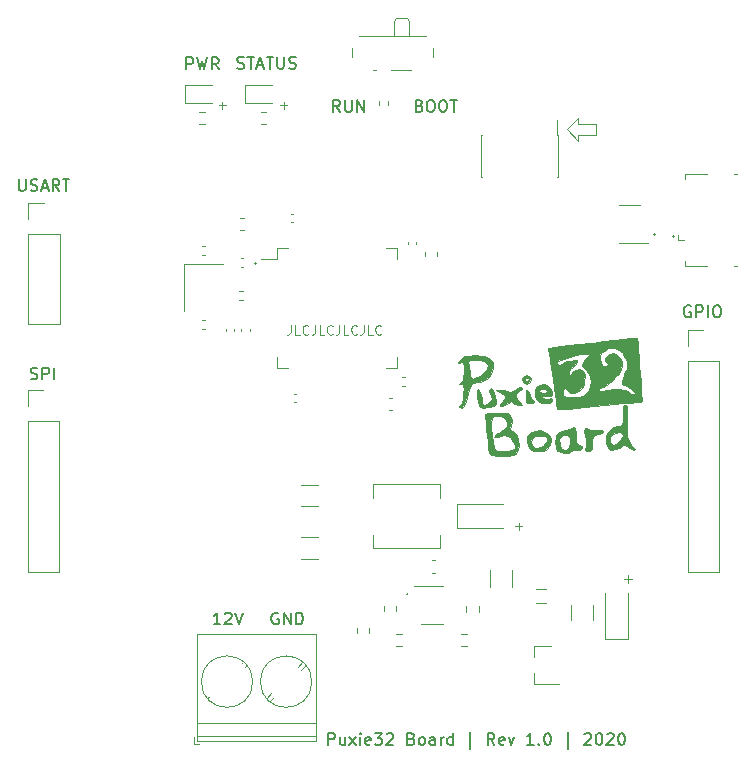
<source format=gbr>
%TF.GenerationSoftware,KiCad,Pcbnew,(5.1.8)-1*%
%TF.CreationDate,2020-12-14T19:22:24+01:00*%
%TF.ProjectId,STM32_Dev_Board,53544d33-325f-4446-9576-5f426f617264,rev?*%
%TF.SameCoordinates,Original*%
%TF.FileFunction,Legend,Top*%
%TF.FilePolarity,Positive*%
%FSLAX46Y46*%
G04 Gerber Fmt 4.6, Leading zero omitted, Abs format (unit mm)*
G04 Created by KiCad (PCBNEW (5.1.8)-1) date 2020-12-14 19:22:24*
%MOMM*%
%LPD*%
G01*
G04 APERTURE LIST*
%ADD10C,0.100000*%
%ADD11C,0.150000*%
%ADD12C,0.120000*%
%ADD13C,0.010000*%
G04 APERTURE END LIST*
D10*
X73654761Y-75061904D02*
X73654761Y-75633333D01*
X73616666Y-75747619D01*
X73540476Y-75823809D01*
X73426190Y-75861904D01*
X73350000Y-75861904D01*
X74416666Y-75861904D02*
X74035714Y-75861904D01*
X74035714Y-75061904D01*
X75140476Y-75785714D02*
X75102380Y-75823809D01*
X74988095Y-75861904D01*
X74911904Y-75861904D01*
X74797619Y-75823809D01*
X74721428Y-75747619D01*
X74683333Y-75671428D01*
X74645238Y-75519047D01*
X74645238Y-75404761D01*
X74683333Y-75252380D01*
X74721428Y-75176190D01*
X74797619Y-75100000D01*
X74911904Y-75061904D01*
X74988095Y-75061904D01*
X75102380Y-75100000D01*
X75140476Y-75138095D01*
X75711904Y-75061904D02*
X75711904Y-75633333D01*
X75673809Y-75747619D01*
X75597619Y-75823809D01*
X75483333Y-75861904D01*
X75407142Y-75861904D01*
X76473809Y-75861904D02*
X76092857Y-75861904D01*
X76092857Y-75061904D01*
X77197619Y-75785714D02*
X77159523Y-75823809D01*
X77045238Y-75861904D01*
X76969047Y-75861904D01*
X76854761Y-75823809D01*
X76778571Y-75747619D01*
X76740476Y-75671428D01*
X76702380Y-75519047D01*
X76702380Y-75404761D01*
X76740476Y-75252380D01*
X76778571Y-75176190D01*
X76854761Y-75100000D01*
X76969047Y-75061904D01*
X77045238Y-75061904D01*
X77159523Y-75100000D01*
X77197619Y-75138095D01*
X77769047Y-75061904D02*
X77769047Y-75633333D01*
X77730952Y-75747619D01*
X77654761Y-75823809D01*
X77540476Y-75861904D01*
X77464285Y-75861904D01*
X78530952Y-75861904D02*
X78150000Y-75861904D01*
X78150000Y-75061904D01*
X79254761Y-75785714D02*
X79216666Y-75823809D01*
X79102380Y-75861904D01*
X79026190Y-75861904D01*
X78911904Y-75823809D01*
X78835714Y-75747619D01*
X78797619Y-75671428D01*
X78759523Y-75519047D01*
X78759523Y-75404761D01*
X78797619Y-75252380D01*
X78835714Y-75176190D01*
X78911904Y-75100000D01*
X79026190Y-75061904D01*
X79102380Y-75061904D01*
X79216666Y-75100000D01*
X79254761Y-75138095D01*
X79826190Y-75061904D02*
X79826190Y-75633333D01*
X79788095Y-75747619D01*
X79711904Y-75823809D01*
X79597619Y-75861904D01*
X79521428Y-75861904D01*
X80588095Y-75861904D02*
X80207142Y-75861904D01*
X80207142Y-75061904D01*
X81311904Y-75785714D02*
X81273809Y-75823809D01*
X81159523Y-75861904D01*
X81083333Y-75861904D01*
X80969047Y-75823809D01*
X80892857Y-75747619D01*
X80854761Y-75671428D01*
X80816666Y-75519047D01*
X80816666Y-75404761D01*
X80854761Y-75252380D01*
X80892857Y-75176190D01*
X80969047Y-75100000D01*
X81083333Y-75061904D01*
X81159523Y-75061904D01*
X81273809Y-75100000D01*
X81311904Y-75138095D01*
D11*
X76802380Y-110602380D02*
X76802380Y-109602380D01*
X77183333Y-109602380D01*
X77278571Y-109650000D01*
X77326190Y-109697619D01*
X77373809Y-109792857D01*
X77373809Y-109935714D01*
X77326190Y-110030952D01*
X77278571Y-110078571D01*
X77183333Y-110126190D01*
X76802380Y-110126190D01*
X78230952Y-109935714D02*
X78230952Y-110602380D01*
X77802380Y-109935714D02*
X77802380Y-110459523D01*
X77850000Y-110554761D01*
X77945238Y-110602380D01*
X78088095Y-110602380D01*
X78183333Y-110554761D01*
X78230952Y-110507142D01*
X78611904Y-110602380D02*
X79135714Y-109935714D01*
X78611904Y-109935714D02*
X79135714Y-110602380D01*
X79516666Y-110602380D02*
X79516666Y-109935714D01*
X79516666Y-109602380D02*
X79469047Y-109650000D01*
X79516666Y-109697619D01*
X79564285Y-109650000D01*
X79516666Y-109602380D01*
X79516666Y-109697619D01*
X80373809Y-110554761D02*
X80278571Y-110602380D01*
X80088095Y-110602380D01*
X79992857Y-110554761D01*
X79945238Y-110459523D01*
X79945238Y-110078571D01*
X79992857Y-109983333D01*
X80088095Y-109935714D01*
X80278571Y-109935714D01*
X80373809Y-109983333D01*
X80421428Y-110078571D01*
X80421428Y-110173809D01*
X79945238Y-110269047D01*
X80754761Y-109602380D02*
X81373809Y-109602380D01*
X81040476Y-109983333D01*
X81183333Y-109983333D01*
X81278571Y-110030952D01*
X81326190Y-110078571D01*
X81373809Y-110173809D01*
X81373809Y-110411904D01*
X81326190Y-110507142D01*
X81278571Y-110554761D01*
X81183333Y-110602380D01*
X80897619Y-110602380D01*
X80802380Y-110554761D01*
X80754761Y-110507142D01*
X81754761Y-109697619D02*
X81802380Y-109650000D01*
X81897619Y-109602380D01*
X82135714Y-109602380D01*
X82230952Y-109650000D01*
X82278571Y-109697619D01*
X82326190Y-109792857D01*
X82326190Y-109888095D01*
X82278571Y-110030952D01*
X81707142Y-110602380D01*
X82326190Y-110602380D01*
X83850000Y-110078571D02*
X83992857Y-110126190D01*
X84040476Y-110173809D01*
X84088095Y-110269047D01*
X84088095Y-110411904D01*
X84040476Y-110507142D01*
X83992857Y-110554761D01*
X83897619Y-110602380D01*
X83516666Y-110602380D01*
X83516666Y-109602380D01*
X83850000Y-109602380D01*
X83945238Y-109650000D01*
X83992857Y-109697619D01*
X84040476Y-109792857D01*
X84040476Y-109888095D01*
X83992857Y-109983333D01*
X83945238Y-110030952D01*
X83850000Y-110078571D01*
X83516666Y-110078571D01*
X84659523Y-110602380D02*
X84564285Y-110554761D01*
X84516666Y-110507142D01*
X84469047Y-110411904D01*
X84469047Y-110126190D01*
X84516666Y-110030952D01*
X84564285Y-109983333D01*
X84659523Y-109935714D01*
X84802380Y-109935714D01*
X84897619Y-109983333D01*
X84945238Y-110030952D01*
X84992857Y-110126190D01*
X84992857Y-110411904D01*
X84945238Y-110507142D01*
X84897619Y-110554761D01*
X84802380Y-110602380D01*
X84659523Y-110602380D01*
X85850000Y-110602380D02*
X85850000Y-110078571D01*
X85802380Y-109983333D01*
X85707142Y-109935714D01*
X85516666Y-109935714D01*
X85421428Y-109983333D01*
X85850000Y-110554761D02*
X85754761Y-110602380D01*
X85516666Y-110602380D01*
X85421428Y-110554761D01*
X85373809Y-110459523D01*
X85373809Y-110364285D01*
X85421428Y-110269047D01*
X85516666Y-110221428D01*
X85754761Y-110221428D01*
X85850000Y-110173809D01*
X86326190Y-110602380D02*
X86326190Y-109935714D01*
X86326190Y-110126190D02*
X86373809Y-110030952D01*
X86421428Y-109983333D01*
X86516666Y-109935714D01*
X86611904Y-109935714D01*
X87373809Y-110602380D02*
X87373809Y-109602380D01*
X87373809Y-110554761D02*
X87278571Y-110602380D01*
X87088095Y-110602380D01*
X86992857Y-110554761D01*
X86945238Y-110507142D01*
X86897619Y-110411904D01*
X86897619Y-110126190D01*
X86945238Y-110030952D01*
X86992857Y-109983333D01*
X87088095Y-109935714D01*
X87278571Y-109935714D01*
X87373809Y-109983333D01*
X88850000Y-110935714D02*
X88850000Y-109507142D01*
X90897619Y-110602380D02*
X90564285Y-110126190D01*
X90326190Y-110602380D02*
X90326190Y-109602380D01*
X90707142Y-109602380D01*
X90802380Y-109650000D01*
X90850000Y-109697619D01*
X90897619Y-109792857D01*
X90897619Y-109935714D01*
X90850000Y-110030952D01*
X90802380Y-110078571D01*
X90707142Y-110126190D01*
X90326190Y-110126190D01*
X91707142Y-110554761D02*
X91611904Y-110602380D01*
X91421428Y-110602380D01*
X91326190Y-110554761D01*
X91278571Y-110459523D01*
X91278571Y-110078571D01*
X91326190Y-109983333D01*
X91421428Y-109935714D01*
X91611904Y-109935714D01*
X91707142Y-109983333D01*
X91754761Y-110078571D01*
X91754761Y-110173809D01*
X91278571Y-110269047D01*
X92088095Y-109935714D02*
X92326190Y-110602380D01*
X92564285Y-109935714D01*
X94230952Y-110602380D02*
X93659523Y-110602380D01*
X93945238Y-110602380D02*
X93945238Y-109602380D01*
X93850000Y-109745238D01*
X93754761Y-109840476D01*
X93659523Y-109888095D01*
X94659523Y-110507142D02*
X94707142Y-110554761D01*
X94659523Y-110602380D01*
X94611904Y-110554761D01*
X94659523Y-110507142D01*
X94659523Y-110602380D01*
X95326190Y-109602380D02*
X95421428Y-109602380D01*
X95516666Y-109650000D01*
X95564285Y-109697619D01*
X95611904Y-109792857D01*
X95659523Y-109983333D01*
X95659523Y-110221428D01*
X95611904Y-110411904D01*
X95564285Y-110507142D01*
X95516666Y-110554761D01*
X95421428Y-110602380D01*
X95326190Y-110602380D01*
X95230952Y-110554761D01*
X95183333Y-110507142D01*
X95135714Y-110411904D01*
X95088095Y-110221428D01*
X95088095Y-109983333D01*
X95135714Y-109792857D01*
X95183333Y-109697619D01*
X95230952Y-109650000D01*
X95326190Y-109602380D01*
X97088095Y-110935714D02*
X97088095Y-109507142D01*
X98516666Y-109697619D02*
X98564285Y-109650000D01*
X98659523Y-109602380D01*
X98897619Y-109602380D01*
X98992857Y-109650000D01*
X99040476Y-109697619D01*
X99088095Y-109792857D01*
X99088095Y-109888095D01*
X99040476Y-110030952D01*
X98469047Y-110602380D01*
X99088095Y-110602380D01*
X99707142Y-109602380D02*
X99802380Y-109602380D01*
X99897619Y-109650000D01*
X99945238Y-109697619D01*
X99992857Y-109792857D01*
X100040476Y-109983333D01*
X100040476Y-110221428D01*
X99992857Y-110411904D01*
X99945238Y-110507142D01*
X99897619Y-110554761D01*
X99802380Y-110602380D01*
X99707142Y-110602380D01*
X99611904Y-110554761D01*
X99564285Y-110507142D01*
X99516666Y-110411904D01*
X99469047Y-110221428D01*
X99469047Y-109983333D01*
X99516666Y-109792857D01*
X99564285Y-109697619D01*
X99611904Y-109650000D01*
X99707142Y-109602380D01*
X100421428Y-109697619D02*
X100469047Y-109650000D01*
X100564285Y-109602380D01*
X100802380Y-109602380D01*
X100897619Y-109650000D01*
X100945238Y-109697619D01*
X100992857Y-109792857D01*
X100992857Y-109888095D01*
X100945238Y-110030952D01*
X100373809Y-110602380D01*
X100992857Y-110602380D01*
X101611904Y-109602380D02*
X101707142Y-109602380D01*
X101802380Y-109650000D01*
X101850000Y-109697619D01*
X101897619Y-109792857D01*
X101945238Y-109983333D01*
X101945238Y-110221428D01*
X101897619Y-110411904D01*
X101850000Y-110507142D01*
X101802380Y-110554761D01*
X101707142Y-110602380D01*
X101611904Y-110602380D01*
X101516666Y-110554761D01*
X101469047Y-110507142D01*
X101421428Y-110411904D01*
X101373809Y-110221428D01*
X101373809Y-109983333D01*
X101421428Y-109792857D01*
X101469047Y-109697619D01*
X101516666Y-109650000D01*
X101611904Y-109602380D01*
X77811904Y-57002380D02*
X77478571Y-56526190D01*
X77240476Y-57002380D02*
X77240476Y-56002380D01*
X77621428Y-56002380D01*
X77716666Y-56050000D01*
X77764285Y-56097619D01*
X77811904Y-56192857D01*
X77811904Y-56335714D01*
X77764285Y-56430952D01*
X77716666Y-56478571D01*
X77621428Y-56526190D01*
X77240476Y-56526190D01*
X78240476Y-56002380D02*
X78240476Y-56811904D01*
X78288095Y-56907142D01*
X78335714Y-56954761D01*
X78430952Y-57002380D01*
X78621428Y-57002380D01*
X78716666Y-56954761D01*
X78764285Y-56907142D01*
X78811904Y-56811904D01*
X78811904Y-56002380D01*
X79288095Y-57002380D02*
X79288095Y-56002380D01*
X79859523Y-57002380D01*
X79859523Y-56002380D01*
D10*
X67545238Y-56457142D02*
X68154761Y-56457142D01*
X67850000Y-56761904D02*
X67850000Y-56152380D01*
X72745238Y-56457142D02*
X73354761Y-56457142D01*
X73050000Y-56761904D02*
X73050000Y-56152380D01*
X92645238Y-92107142D02*
X93254761Y-92107142D01*
X92950000Y-92411904D02*
X92950000Y-91802380D01*
X101895238Y-96557142D02*
X102504761Y-96557142D01*
X102200000Y-96861904D02*
X102200000Y-96252380D01*
D12*
X70720711Y-69850000D02*
G75*
G03*
X70720711Y-69850000I-70711J0D01*
G01*
X83570711Y-97850000D02*
G75*
G03*
X83570711Y-97850000I-70711J0D01*
G01*
X104520711Y-67400000D02*
G75*
G03*
X104520711Y-67400000I-70711J0D01*
G01*
X106120711Y-67550000D02*
G75*
G03*
X106120711Y-67550000I-70711J0D01*
G01*
X99500000Y-59000000D02*
X99500000Y-58050000D01*
X98000000Y-59000000D02*
X99500000Y-59000000D01*
X98000000Y-59450000D02*
X98000000Y-59000000D01*
X97050000Y-58500000D02*
X98000000Y-59450000D01*
X97950000Y-57550000D02*
X97050000Y-58500000D01*
X97950000Y-58000000D02*
X97950000Y-57550000D01*
X99500000Y-58000000D02*
X97950000Y-58000000D01*
D11*
X72588095Y-99450000D02*
X72492857Y-99402380D01*
X72350000Y-99402380D01*
X72207142Y-99450000D01*
X72111904Y-99545238D01*
X72064285Y-99640476D01*
X72016666Y-99830952D01*
X72016666Y-99973809D01*
X72064285Y-100164285D01*
X72111904Y-100259523D01*
X72207142Y-100354761D01*
X72350000Y-100402380D01*
X72445238Y-100402380D01*
X72588095Y-100354761D01*
X72635714Y-100307142D01*
X72635714Y-99973809D01*
X72445238Y-99973809D01*
X73064285Y-100402380D02*
X73064285Y-99402380D01*
X73635714Y-100402380D01*
X73635714Y-99402380D01*
X74111904Y-100402380D02*
X74111904Y-99402380D01*
X74350000Y-99402380D01*
X74492857Y-99450000D01*
X74588095Y-99545238D01*
X74635714Y-99640476D01*
X74683333Y-99830952D01*
X74683333Y-99973809D01*
X74635714Y-100164285D01*
X74588095Y-100259523D01*
X74492857Y-100354761D01*
X74350000Y-100402380D01*
X74111904Y-100402380D01*
X67680952Y-100402380D02*
X67109523Y-100402380D01*
X67395238Y-100402380D02*
X67395238Y-99402380D01*
X67300000Y-99545238D01*
X67204761Y-99640476D01*
X67109523Y-99688095D01*
X68061904Y-99497619D02*
X68109523Y-99450000D01*
X68204761Y-99402380D01*
X68442857Y-99402380D01*
X68538095Y-99450000D01*
X68585714Y-99497619D01*
X68633333Y-99592857D01*
X68633333Y-99688095D01*
X68585714Y-99830952D01*
X68014285Y-100402380D01*
X68633333Y-100402380D01*
X68919047Y-99402380D02*
X69252380Y-100402380D01*
X69585714Y-99402380D01*
X107500000Y-73450000D02*
X107404761Y-73402380D01*
X107261904Y-73402380D01*
X107119047Y-73450000D01*
X107023809Y-73545238D01*
X106976190Y-73640476D01*
X106928571Y-73830952D01*
X106928571Y-73973809D01*
X106976190Y-74164285D01*
X107023809Y-74259523D01*
X107119047Y-74354761D01*
X107261904Y-74402380D01*
X107357142Y-74402380D01*
X107500000Y-74354761D01*
X107547619Y-74307142D01*
X107547619Y-73973809D01*
X107357142Y-73973809D01*
X107976190Y-74402380D02*
X107976190Y-73402380D01*
X108357142Y-73402380D01*
X108452380Y-73450000D01*
X108500000Y-73497619D01*
X108547619Y-73592857D01*
X108547619Y-73735714D01*
X108500000Y-73830952D01*
X108452380Y-73878571D01*
X108357142Y-73926190D01*
X107976190Y-73926190D01*
X108976190Y-74402380D02*
X108976190Y-73402380D01*
X109642857Y-73402380D02*
X109833333Y-73402380D01*
X109928571Y-73450000D01*
X110023809Y-73545238D01*
X110071428Y-73735714D01*
X110071428Y-74069047D01*
X110023809Y-74259523D01*
X109928571Y-74354761D01*
X109833333Y-74402380D01*
X109642857Y-74402380D01*
X109547619Y-74354761D01*
X109452380Y-74259523D01*
X109404761Y-74069047D01*
X109404761Y-73735714D01*
X109452380Y-73545238D01*
X109547619Y-73450000D01*
X109642857Y-73402380D01*
X50628571Y-62702380D02*
X50628571Y-63511904D01*
X50676190Y-63607142D01*
X50723809Y-63654761D01*
X50819047Y-63702380D01*
X51009523Y-63702380D01*
X51104761Y-63654761D01*
X51152380Y-63607142D01*
X51200000Y-63511904D01*
X51200000Y-62702380D01*
X51628571Y-63654761D02*
X51771428Y-63702380D01*
X52009523Y-63702380D01*
X52104761Y-63654761D01*
X52152380Y-63607142D01*
X52200000Y-63511904D01*
X52200000Y-63416666D01*
X52152380Y-63321428D01*
X52104761Y-63273809D01*
X52009523Y-63226190D01*
X51819047Y-63178571D01*
X51723809Y-63130952D01*
X51676190Y-63083333D01*
X51628571Y-62988095D01*
X51628571Y-62892857D01*
X51676190Y-62797619D01*
X51723809Y-62750000D01*
X51819047Y-62702380D01*
X52057142Y-62702380D01*
X52200000Y-62750000D01*
X52580952Y-63416666D02*
X53057142Y-63416666D01*
X52485714Y-63702380D02*
X52819047Y-62702380D01*
X53152380Y-63702380D01*
X54057142Y-63702380D02*
X53723809Y-63226190D01*
X53485714Y-63702380D02*
X53485714Y-62702380D01*
X53866666Y-62702380D01*
X53961904Y-62750000D01*
X54009523Y-62797619D01*
X54057142Y-62892857D01*
X54057142Y-63035714D01*
X54009523Y-63130952D01*
X53961904Y-63178571D01*
X53866666Y-63226190D01*
X53485714Y-63226190D01*
X54342857Y-62702380D02*
X54914285Y-62702380D01*
X54628571Y-63702380D02*
X54628571Y-62702380D01*
X51626190Y-79604761D02*
X51769047Y-79652380D01*
X52007142Y-79652380D01*
X52102380Y-79604761D01*
X52150000Y-79557142D01*
X52197619Y-79461904D01*
X52197619Y-79366666D01*
X52150000Y-79271428D01*
X52102380Y-79223809D01*
X52007142Y-79176190D01*
X51816666Y-79128571D01*
X51721428Y-79080952D01*
X51673809Y-79033333D01*
X51626190Y-78938095D01*
X51626190Y-78842857D01*
X51673809Y-78747619D01*
X51721428Y-78700000D01*
X51816666Y-78652380D01*
X52054761Y-78652380D01*
X52197619Y-78700000D01*
X52626190Y-79652380D02*
X52626190Y-78652380D01*
X53007142Y-78652380D01*
X53102380Y-78700000D01*
X53150000Y-78747619D01*
X53197619Y-78842857D01*
X53197619Y-78985714D01*
X53150000Y-79080952D01*
X53102380Y-79128571D01*
X53007142Y-79176190D01*
X52626190Y-79176190D01*
X53626190Y-79652380D02*
X53626190Y-78652380D01*
X69123809Y-53304761D02*
X69266666Y-53352380D01*
X69504761Y-53352380D01*
X69600000Y-53304761D01*
X69647619Y-53257142D01*
X69695238Y-53161904D01*
X69695238Y-53066666D01*
X69647619Y-52971428D01*
X69600000Y-52923809D01*
X69504761Y-52876190D01*
X69314285Y-52828571D01*
X69219047Y-52780952D01*
X69171428Y-52733333D01*
X69123809Y-52638095D01*
X69123809Y-52542857D01*
X69171428Y-52447619D01*
X69219047Y-52400000D01*
X69314285Y-52352380D01*
X69552380Y-52352380D01*
X69695238Y-52400000D01*
X69980952Y-52352380D02*
X70552380Y-52352380D01*
X70266666Y-53352380D02*
X70266666Y-52352380D01*
X70838095Y-53066666D02*
X71314285Y-53066666D01*
X70742857Y-53352380D02*
X71076190Y-52352380D01*
X71409523Y-53352380D01*
X71600000Y-52352380D02*
X72171428Y-52352380D01*
X71885714Y-53352380D02*
X71885714Y-52352380D01*
X72504761Y-52352380D02*
X72504761Y-53161904D01*
X72552380Y-53257142D01*
X72600000Y-53304761D01*
X72695238Y-53352380D01*
X72885714Y-53352380D01*
X72980952Y-53304761D01*
X73028571Y-53257142D01*
X73076190Y-53161904D01*
X73076190Y-52352380D01*
X73504761Y-53304761D02*
X73647619Y-53352380D01*
X73885714Y-53352380D01*
X73980952Y-53304761D01*
X74028571Y-53257142D01*
X74076190Y-53161904D01*
X74076190Y-53066666D01*
X74028571Y-52971428D01*
X73980952Y-52923809D01*
X73885714Y-52876190D01*
X73695238Y-52828571D01*
X73600000Y-52780952D01*
X73552380Y-52733333D01*
X73504761Y-52638095D01*
X73504761Y-52542857D01*
X73552380Y-52447619D01*
X73600000Y-52400000D01*
X73695238Y-52352380D01*
X73933333Y-52352380D01*
X74076190Y-52400000D01*
X64816666Y-53402380D02*
X64816666Y-52402380D01*
X65197619Y-52402380D01*
X65292857Y-52450000D01*
X65340476Y-52497619D01*
X65388095Y-52592857D01*
X65388095Y-52735714D01*
X65340476Y-52830952D01*
X65292857Y-52878571D01*
X65197619Y-52926190D01*
X64816666Y-52926190D01*
X65721428Y-52402380D02*
X65959523Y-53402380D01*
X66150000Y-52688095D01*
X66340476Y-53402380D01*
X66578571Y-52402380D01*
X67530952Y-53402380D02*
X67197619Y-52926190D01*
X66959523Y-53402380D02*
X66959523Y-52402380D01*
X67340476Y-52402380D01*
X67435714Y-52450000D01*
X67483333Y-52497619D01*
X67530952Y-52592857D01*
X67530952Y-52735714D01*
X67483333Y-52830952D01*
X67435714Y-52878571D01*
X67340476Y-52926190D01*
X66959523Y-52926190D01*
X84542857Y-56478571D02*
X84685714Y-56526190D01*
X84733333Y-56573809D01*
X84780952Y-56669047D01*
X84780952Y-56811904D01*
X84733333Y-56907142D01*
X84685714Y-56954761D01*
X84590476Y-57002380D01*
X84209523Y-57002380D01*
X84209523Y-56002380D01*
X84542857Y-56002380D01*
X84638095Y-56050000D01*
X84685714Y-56097619D01*
X84733333Y-56192857D01*
X84733333Y-56288095D01*
X84685714Y-56383333D01*
X84638095Y-56430952D01*
X84542857Y-56478571D01*
X84209523Y-56478571D01*
X85400000Y-56002380D02*
X85590476Y-56002380D01*
X85685714Y-56050000D01*
X85780952Y-56145238D01*
X85828571Y-56335714D01*
X85828571Y-56669047D01*
X85780952Y-56859523D01*
X85685714Y-56954761D01*
X85590476Y-57002380D01*
X85400000Y-57002380D01*
X85304761Y-56954761D01*
X85209523Y-56859523D01*
X85161904Y-56669047D01*
X85161904Y-56335714D01*
X85209523Y-56145238D01*
X85304761Y-56050000D01*
X85400000Y-56002380D01*
X86447619Y-56002380D02*
X86638095Y-56002380D01*
X86733333Y-56050000D01*
X86828571Y-56145238D01*
X86876190Y-56335714D01*
X86876190Y-56669047D01*
X86828571Y-56859523D01*
X86733333Y-56954761D01*
X86638095Y-57002380D01*
X86447619Y-57002380D01*
X86352380Y-56954761D01*
X86257142Y-56859523D01*
X86209523Y-56669047D01*
X86209523Y-56335714D01*
X86257142Y-56145238D01*
X86352380Y-56050000D01*
X86447619Y-56002380D01*
X87161904Y-56002380D02*
X87733333Y-56002380D01*
X87447619Y-57002380D02*
X87447619Y-56002380D01*
D13*
%TO.C,G\u002A\u002A\u002A*%
G36*
X91572941Y-82482939D02*
G01*
X91943056Y-82518173D01*
X92153292Y-82577897D01*
X92158875Y-82582141D01*
X92290142Y-82824335D01*
X92342770Y-83190794D01*
X92313264Y-83563148D01*
X92198127Y-83823032D01*
X92195600Y-83825600D01*
X92119274Y-83949176D01*
X92249882Y-83978000D01*
X92544254Y-84090944D01*
X92775119Y-84382387D01*
X92926137Y-84781247D01*
X92980968Y-85216441D01*
X92923271Y-85616886D01*
X92736705Y-85911499D01*
X92700741Y-85939298D01*
X92429564Y-86043973D01*
X92017212Y-86111942D01*
X91540436Y-86141858D01*
X91075990Y-86132372D01*
X90700626Y-86082138D01*
X90491095Y-85989808D01*
X90482245Y-85978250D01*
X90434061Y-85802249D01*
X90375549Y-85440141D01*
X90312519Y-84950347D01*
X90250782Y-84391283D01*
X90196151Y-83821370D01*
X90156401Y-83323636D01*
X90606214Y-83323636D01*
X90626708Y-83879424D01*
X90665478Y-84298576D01*
X90750346Y-84952398D01*
X90847582Y-85406638D01*
X90951527Y-85635947D01*
X90966999Y-85649142D01*
X91209825Y-85717067D01*
X91585628Y-85729513D01*
X92002031Y-85695003D01*
X92366655Y-85622059D01*
X92587122Y-85519201D01*
X92604415Y-85498091D01*
X92626038Y-85252620D01*
X92502339Y-84934058D01*
X92280847Y-84634615D01*
X92078454Y-84477680D01*
X91677322Y-84387526D01*
X91164900Y-84499781D01*
X91044809Y-84547308D01*
X90885108Y-84578153D01*
X90899496Y-84437033D01*
X90899647Y-84436640D01*
X91056781Y-84259205D01*
X91155087Y-84232000D01*
X91315204Y-84160246D01*
X91332000Y-84107419D01*
X91439914Y-83987734D01*
X91656244Y-83901458D01*
X91871989Y-83812011D01*
X91949148Y-83635531D01*
X91941994Y-83363347D01*
X91890246Y-83058795D01*
X91750510Y-82899224D01*
X91443461Y-82798545D01*
X91415443Y-82791899D01*
X91048466Y-82733379D01*
X90801598Y-82781742D01*
X90659346Y-82968119D01*
X90606214Y-83323636D01*
X90156401Y-83323636D01*
X90154435Y-83299024D01*
X90131447Y-82882666D01*
X90132998Y-82630714D01*
X90144674Y-82584766D01*
X90328812Y-82523111D01*
X90683269Y-82485516D01*
X91125495Y-82472090D01*
X91572941Y-82482939D01*
G37*
X91572941Y-82482939D02*
X91943056Y-82518173D01*
X92153292Y-82577897D01*
X92158875Y-82582141D01*
X92290142Y-82824335D01*
X92342770Y-83190794D01*
X92313264Y-83563148D01*
X92198127Y-83823032D01*
X92195600Y-83825600D01*
X92119274Y-83949176D01*
X92249882Y-83978000D01*
X92544254Y-84090944D01*
X92775119Y-84382387D01*
X92926137Y-84781247D01*
X92980968Y-85216441D01*
X92923271Y-85616886D01*
X92736705Y-85911499D01*
X92700741Y-85939298D01*
X92429564Y-86043973D01*
X92017212Y-86111942D01*
X91540436Y-86141858D01*
X91075990Y-86132372D01*
X90700626Y-86082138D01*
X90491095Y-85989808D01*
X90482245Y-85978250D01*
X90434061Y-85802249D01*
X90375549Y-85440141D01*
X90312519Y-84950347D01*
X90250782Y-84391283D01*
X90196151Y-83821370D01*
X90156401Y-83323636D01*
X90606214Y-83323636D01*
X90626708Y-83879424D01*
X90665478Y-84298576D01*
X90750346Y-84952398D01*
X90847582Y-85406638D01*
X90951527Y-85635947D01*
X90966999Y-85649142D01*
X91209825Y-85717067D01*
X91585628Y-85729513D01*
X92002031Y-85695003D01*
X92366655Y-85622059D01*
X92587122Y-85519201D01*
X92604415Y-85498091D01*
X92626038Y-85252620D01*
X92502339Y-84934058D01*
X92280847Y-84634615D01*
X92078454Y-84477680D01*
X91677322Y-84387526D01*
X91164900Y-84499781D01*
X91044809Y-84547308D01*
X90885108Y-84578153D01*
X90899496Y-84437033D01*
X90899647Y-84436640D01*
X91056781Y-84259205D01*
X91155087Y-84232000D01*
X91315204Y-84160246D01*
X91332000Y-84107419D01*
X91439914Y-83987734D01*
X91656244Y-83901458D01*
X91871989Y-83812011D01*
X91949148Y-83635531D01*
X91941994Y-83363347D01*
X91890246Y-83058795D01*
X91750510Y-82899224D01*
X91443461Y-82798545D01*
X91415443Y-82791899D01*
X91048466Y-82733379D01*
X90801598Y-82781742D01*
X90659346Y-82968119D01*
X90606214Y-83323636D01*
X90156401Y-83323636D01*
X90154435Y-83299024D01*
X90131447Y-82882666D01*
X90132998Y-82630714D01*
X90144674Y-82584766D01*
X90328812Y-82523111D01*
X90683269Y-82485516D01*
X91125495Y-82472090D01*
X91572941Y-82482939D01*
G36*
X97707653Y-83860603D02*
G01*
X97787841Y-84171801D01*
X97809000Y-84505384D01*
X97826027Y-84899610D01*
X97893513Y-85109528D01*
X98036064Y-85203511D01*
X98063000Y-85211201D01*
X98293438Y-85332954D01*
X98307446Y-85479691D01*
X98129433Y-85595687D01*
X97879995Y-85629000D01*
X97563661Y-85662652D01*
X97373122Y-85744795D01*
X97364500Y-85756000D01*
X97173438Y-85858292D01*
X96851992Y-85878370D01*
X96507639Y-85823111D01*
X96247855Y-85699395D01*
X96230571Y-85683428D01*
X96091066Y-85407297D01*
X96031444Y-84990188D01*
X96031000Y-84949653D01*
X96069698Y-84720673D01*
X96391877Y-84720673D01*
X96405971Y-85222564D01*
X96558686Y-85522467D01*
X96843014Y-85612156D01*
X97100112Y-85551912D01*
X97234468Y-85381158D01*
X97301165Y-85059818D01*
X97289034Y-84684944D01*
X97227751Y-84442891D01*
X97076398Y-84338216D01*
X96824509Y-84360780D01*
X96569209Y-84478307D01*
X96407625Y-84658520D01*
X96391877Y-84720673D01*
X96069698Y-84720673D01*
X96115276Y-84450986D01*
X96377917Y-84129495D01*
X96833637Y-83969128D01*
X96942223Y-83955649D01*
X97254431Y-83896765D01*
X97440105Y-83809557D01*
X97445550Y-83802979D01*
X97586753Y-83724514D01*
X97707653Y-83860603D01*
G37*
X97707653Y-83860603D02*
X97787841Y-84171801D01*
X97809000Y-84505384D01*
X97826027Y-84899610D01*
X97893513Y-85109528D01*
X98036064Y-85203511D01*
X98063000Y-85211201D01*
X98293438Y-85332954D01*
X98307446Y-85479691D01*
X98129433Y-85595687D01*
X97879995Y-85629000D01*
X97563661Y-85662652D01*
X97373122Y-85744795D01*
X97364500Y-85756000D01*
X97173438Y-85858292D01*
X96851992Y-85878370D01*
X96507639Y-85823111D01*
X96247855Y-85699395D01*
X96230571Y-85683428D01*
X96091066Y-85407297D01*
X96031444Y-84990188D01*
X96031000Y-84949653D01*
X96069698Y-84720673D01*
X96391877Y-84720673D01*
X96405971Y-85222564D01*
X96558686Y-85522467D01*
X96843014Y-85612156D01*
X97100112Y-85551912D01*
X97234468Y-85381158D01*
X97301165Y-85059818D01*
X97289034Y-84684944D01*
X97227751Y-84442891D01*
X97076398Y-84338216D01*
X96824509Y-84360780D01*
X96569209Y-84478307D01*
X96407625Y-84658520D01*
X96391877Y-84720673D01*
X96069698Y-84720673D01*
X96115276Y-84450986D01*
X96377917Y-84129495D01*
X96833637Y-83969128D01*
X96942223Y-83955649D01*
X97254431Y-83896765D01*
X97440105Y-83809557D01*
X97445550Y-83802979D01*
X97586753Y-83724514D01*
X97707653Y-83860603D01*
G36*
X95208011Y-84072648D02*
G01*
X95530552Y-84327955D01*
X95654045Y-84710101D01*
X95555344Y-85181038D01*
X95503987Y-85288099D01*
X95317285Y-85564316D01*
X95076630Y-85704761D01*
X94695512Y-85751836D01*
X94553356Y-85754055D01*
X94170420Y-85719399D01*
X93932639Y-85582828D01*
X93823106Y-85442968D01*
X93632545Y-84976768D01*
X94028800Y-84976768D01*
X94098398Y-85174637D01*
X94316636Y-85441801D01*
X94613426Y-85470333D01*
X94980123Y-85260162D01*
X95068847Y-85182322D01*
X95336901Y-84858699D01*
X95365445Y-84616809D01*
X95158839Y-84467850D01*
X94773102Y-84422500D01*
X94303153Y-84484256D01*
X94054900Y-84669182D01*
X94028800Y-84976768D01*
X93632545Y-84976768D01*
X93631825Y-84975008D01*
X93670396Y-84556473D01*
X93914866Y-84226835D01*
X94341283Y-84025564D01*
X94709566Y-83982225D01*
X95208011Y-84072648D01*
G37*
X95208011Y-84072648D02*
X95530552Y-84327955D01*
X95654045Y-84710101D01*
X95555344Y-85181038D01*
X95503987Y-85288099D01*
X95317285Y-85564316D01*
X95076630Y-85704761D01*
X94695512Y-85751836D01*
X94553356Y-85754055D01*
X94170420Y-85719399D01*
X93932639Y-85582828D01*
X93823106Y-85442968D01*
X93632545Y-84976768D01*
X94028800Y-84976768D01*
X94098398Y-85174637D01*
X94316636Y-85441801D01*
X94613426Y-85470333D01*
X94980123Y-85260162D01*
X95068847Y-85182322D01*
X95336901Y-84858699D01*
X95365445Y-84616809D01*
X95158839Y-84467850D01*
X94773102Y-84422500D01*
X94303153Y-84484256D01*
X94054900Y-84669182D01*
X94028800Y-84976768D01*
X93632545Y-84976768D01*
X93631825Y-84975008D01*
X93670396Y-84556473D01*
X93914866Y-84226835D01*
X94341283Y-84025564D01*
X94709566Y-83982225D01*
X95208011Y-84072648D01*
G36*
X98814703Y-83834339D02*
G01*
X99020590Y-83948864D01*
X99444319Y-83963902D01*
X99507914Y-83959362D01*
X99908652Y-83964848D01*
X100087689Y-84041814D01*
X100035661Y-84159697D01*
X99743204Y-84287937D01*
X99618750Y-84321108D01*
X99340920Y-84398726D01*
X99200461Y-84508165D01*
X99151498Y-84724899D01*
X99147922Y-85095725D01*
X99141310Y-85482286D01*
X99094165Y-85678677D01*
X98977910Y-85748447D01*
X98851009Y-85756000D01*
X98662837Y-85735277D01*
X98594322Y-85626503D01*
X98616255Y-85359768D01*
X98635729Y-85240721D01*
X98650371Y-84692738D01*
X98565058Y-84344655D01*
X98473582Y-84037981D01*
X98526188Y-83849005D01*
X98557954Y-83813245D01*
X98713740Y-83733224D01*
X98814703Y-83834339D01*
G37*
X98814703Y-83834339D02*
X99020590Y-83948864D01*
X99444319Y-83963902D01*
X99507914Y-83959362D01*
X99908652Y-83964848D01*
X100087689Y-84041814D01*
X100035661Y-84159697D01*
X99743204Y-84287937D01*
X99618750Y-84321108D01*
X99340920Y-84398726D01*
X99200461Y-84508165D01*
X99151498Y-84724899D01*
X99147922Y-85095725D01*
X99141310Y-85482286D01*
X99094165Y-85678677D01*
X98977910Y-85748447D01*
X98851009Y-85756000D01*
X98662837Y-85735277D01*
X98594322Y-85626503D01*
X98616255Y-85359768D01*
X98635729Y-85240721D01*
X98650371Y-84692738D01*
X98565058Y-84344655D01*
X98473582Y-84037981D01*
X98526188Y-83849005D01*
X98557954Y-83813245D01*
X98713740Y-83733224D01*
X98814703Y-83834339D01*
G36*
X102019067Y-81857438D02*
G01*
X102074452Y-81998791D01*
X102107596Y-82282112D01*
X102123441Y-82746456D01*
X102127000Y-83324455D01*
X102130034Y-83969559D01*
X102145215Y-84413734D01*
X102181657Y-84710032D01*
X102248473Y-84911508D01*
X102354780Y-85071212D01*
X102444500Y-85172498D01*
X102652038Y-85410376D01*
X102758346Y-85559483D01*
X102762000Y-85572043D01*
X102676272Y-85637586D01*
X102468563Y-85569207D01*
X102213084Y-85394306D01*
X102166009Y-85351992D01*
X101951070Y-85174075D01*
X101819396Y-85168767D01*
X101713324Y-85280503D01*
X101487450Y-85439623D01*
X101141578Y-85559320D01*
X101090184Y-85569593D01*
X100760121Y-85601709D01*
X100576086Y-85523887D01*
X100486934Y-85395431D01*
X100376496Y-85020696D01*
X100370302Y-84780291D01*
X100648297Y-84780291D01*
X100707161Y-84931092D01*
X100831461Y-85163419D01*
X100963089Y-85225694D01*
X101176684Y-85123960D01*
X101377144Y-84985352D01*
X101643300Y-84716751D01*
X101755253Y-84439136D01*
X101707972Y-84215113D01*
X101496420Y-84107286D01*
X101447932Y-84105000D01*
X101135108Y-84186840D01*
X100856316Y-84359592D01*
X100659920Y-84574046D01*
X100648297Y-84780291D01*
X100370302Y-84780291D01*
X100365165Y-84580936D01*
X100450548Y-84201505D01*
X100511789Y-84093994D01*
X100856984Y-83798616D01*
X101291507Y-83619895D01*
X101483650Y-83597000D01*
X101621321Y-83574971D01*
X101700175Y-83472498D01*
X101736321Y-83235001D01*
X101745864Y-82807899D01*
X101746000Y-82708000D01*
X101757203Y-82224991D01*
X101797486Y-81948550D01*
X101876860Y-81831961D01*
X101936500Y-81819000D01*
X102019067Y-81857438D01*
G37*
X102019067Y-81857438D02*
X102074452Y-81998791D01*
X102107596Y-82282112D01*
X102123441Y-82746456D01*
X102127000Y-83324455D01*
X102130034Y-83969559D01*
X102145215Y-84413734D01*
X102181657Y-84710032D01*
X102248473Y-84911508D01*
X102354780Y-85071212D01*
X102444500Y-85172498D01*
X102652038Y-85410376D01*
X102758346Y-85559483D01*
X102762000Y-85572043D01*
X102676272Y-85637586D01*
X102468563Y-85569207D01*
X102213084Y-85394306D01*
X102166009Y-85351992D01*
X101951070Y-85174075D01*
X101819396Y-85168767D01*
X101713324Y-85280503D01*
X101487450Y-85439623D01*
X101141578Y-85559320D01*
X101090184Y-85569593D01*
X100760121Y-85601709D01*
X100576086Y-85523887D01*
X100486934Y-85395431D01*
X100376496Y-85020696D01*
X100370302Y-84780291D01*
X100648297Y-84780291D01*
X100707161Y-84931092D01*
X100831461Y-85163419D01*
X100963089Y-85225694D01*
X101176684Y-85123960D01*
X101377144Y-84985352D01*
X101643300Y-84716751D01*
X101755253Y-84439136D01*
X101707972Y-84215113D01*
X101496420Y-84107286D01*
X101447932Y-84105000D01*
X101135108Y-84186840D01*
X100856316Y-84359592D01*
X100659920Y-84574046D01*
X100648297Y-84780291D01*
X100370302Y-84780291D01*
X100365165Y-84580936D01*
X100450548Y-84201505D01*
X100511789Y-84093994D01*
X100856984Y-83798616D01*
X101291507Y-83619895D01*
X101483650Y-83597000D01*
X101621321Y-83574971D01*
X101700175Y-83472498D01*
X101736321Y-83235001D01*
X101745864Y-82807899D01*
X101746000Y-82708000D01*
X101757203Y-82224991D01*
X101797486Y-81948550D01*
X101876860Y-81831961D01*
X101936500Y-81819000D01*
X102019067Y-81857438D01*
G36*
X102964380Y-76137047D02*
G01*
X102987151Y-76271217D01*
X103022510Y-76612689D01*
X103067137Y-77116017D01*
X103117710Y-77735752D01*
X103170909Y-78426447D01*
X103223411Y-79142656D01*
X103271898Y-79838930D01*
X103313047Y-80469822D01*
X103343538Y-80989886D01*
X103360049Y-81353673D01*
X103359260Y-81515737D01*
X103357700Y-81519633D01*
X103230559Y-81537723D01*
X102889555Y-81575152D01*
X102373775Y-81628199D01*
X101722308Y-81693142D01*
X100974242Y-81766260D01*
X100168663Y-81843830D01*
X99344661Y-81922130D01*
X98541322Y-81997440D01*
X97797735Y-82066038D01*
X97152987Y-82124201D01*
X96646166Y-82168208D01*
X96316360Y-82194338D01*
X96211978Y-82200000D01*
X96174679Y-82088620D01*
X96121638Y-81812193D01*
X96107577Y-81723750D01*
X96066087Y-81433994D01*
X95999586Y-80948602D01*
X95915658Y-80323838D01*
X95821892Y-79615965D01*
X95770082Y-79220832D01*
X95676751Y-78528651D01*
X95632650Y-78222302D01*
X96158000Y-78222302D01*
X96248077Y-78427533D01*
X96442361Y-78467382D01*
X96595440Y-78357631D01*
X96802385Y-78220334D01*
X97156055Y-78104436D01*
X97329723Y-78071076D01*
X97683696Y-78027388D01*
X97845444Y-78048053D01*
X97872201Y-78149593D01*
X97856232Y-78223097D01*
X97696555Y-78462303D01*
X97515432Y-78585500D01*
X97329905Y-78741476D01*
X97209099Y-78967655D01*
X97181392Y-79175886D01*
X97275166Y-79278016D01*
X97292167Y-79279000D01*
X97415442Y-79177494D01*
X97428000Y-79104375D01*
X97537023Y-78972687D01*
X97792594Y-78862530D01*
X98087461Y-78805566D01*
X98314374Y-78833459D01*
X98325124Y-78839521D01*
X98451848Y-79042052D01*
X98518935Y-79392274D01*
X98517789Y-79789058D01*
X98439810Y-80131274D01*
X98435752Y-80140642D01*
X98187685Y-80505262D01*
X97855842Y-80748932D01*
X97511719Y-80832208D01*
X97295173Y-80769887D01*
X97100194Y-80611168D01*
X97047000Y-80518450D01*
X96943716Y-80432771D01*
X96856500Y-80422000D01*
X96722829Y-80526343D01*
X96662161Y-80760595D01*
X96692961Y-81006589D01*
X96750666Y-81099333D01*
X96914575Y-81145187D01*
X97250553Y-81175933D01*
X97571159Y-81184000D01*
X98087514Y-81152335D01*
X98393714Y-81051946D01*
X98470742Y-80984563D01*
X98700327Y-80731076D01*
X98797637Y-80634192D01*
X99629162Y-80634192D01*
X99760143Y-80672963D01*
X99793699Y-80672895D01*
X100065975Y-80642941D01*
X100449459Y-80572250D01*
X100560373Y-80547699D01*
X100965187Y-80499340D01*
X101423902Y-80509954D01*
X101859764Y-80569107D01*
X102196024Y-80666365D01*
X102355928Y-80791292D01*
X102356113Y-80791840D01*
X102477627Y-80900068D01*
X102657754Y-80929524D01*
X102761092Y-80861035D01*
X102762000Y-80849313D01*
X102667817Y-80691170D01*
X102444698Y-80476467D01*
X102181787Y-80278863D01*
X101968228Y-80172015D01*
X101937451Y-80168000D01*
X101736382Y-80106769D01*
X101700056Y-80069407D01*
X101689652Y-79893412D01*
X101743490Y-79594110D01*
X101835347Y-79265674D01*
X101939002Y-79002277D01*
X102026237Y-78898000D01*
X102089349Y-78785271D01*
X102124439Y-78503680D01*
X102127000Y-78390000D01*
X102098832Y-78071889D01*
X102028468Y-77894953D01*
X102000000Y-77882000D01*
X101879178Y-77781347D01*
X101868774Y-77723250D01*
X101744351Y-77391798D01*
X101435224Y-77134597D01*
X101009502Y-77001363D01*
X100868392Y-76993000D01*
X100546097Y-77020589D01*
X100364055Y-77089680D01*
X100349000Y-77120000D01*
X100246306Y-77233068D01*
X100160919Y-77247000D01*
X99968728Y-77350728D01*
X99870735Y-77608064D01*
X99863247Y-77938237D01*
X99942576Y-78260475D01*
X100105031Y-78494005D01*
X100220610Y-78553434D01*
X100425198Y-78526007D01*
X100481577Y-78373950D01*
X100351987Y-78201363D01*
X100349000Y-78199500D01*
X100225928Y-78010288D01*
X100318343Y-77770386D01*
X100534413Y-77579511D01*
X100912992Y-77462722D01*
X101284218Y-77575508D01*
X101591553Y-77898252D01*
X101625806Y-77958218D01*
X101717952Y-78216071D01*
X101695152Y-78509019D01*
X101619432Y-78769690D01*
X101476329Y-79084506D01*
X101318987Y-79263457D01*
X101269282Y-79279000D01*
X101093473Y-79385459D01*
X101020798Y-79533000D01*
X100906257Y-79739174D01*
X100809237Y-79787000D01*
X100635064Y-79883729D01*
X100505473Y-80041000D01*
X100286862Y-80242223D01*
X100109474Y-80295000D01*
X99829861Y-80387195D01*
X99714000Y-80485500D01*
X99629162Y-80634192D01*
X98797637Y-80634192D01*
X98856750Y-80575338D01*
X99019812Y-80277530D01*
X99075353Y-79870574D01*
X99020570Y-79472818D01*
X98888500Y-79233642D01*
X98732242Y-79017197D01*
X98698000Y-78903085D01*
X98596305Y-78740258D01*
X98507500Y-78689926D01*
X98337089Y-78518919D01*
X98370578Y-78240366D01*
X98602312Y-77890261D01*
X98639639Y-77848952D01*
X98962279Y-77501000D01*
X98551881Y-77501000D01*
X98207728Y-77535342D01*
X97760162Y-77625689D01*
X97272305Y-77753022D01*
X96807280Y-77898321D01*
X96428209Y-78042566D01*
X96198216Y-78166738D01*
X96158000Y-78222302D01*
X95632650Y-78222302D01*
X95589902Y-77925353D01*
X95516434Y-77455836D01*
X95463246Y-77164996D01*
X95443172Y-77093582D01*
X95438096Y-76995580D01*
X95452597Y-76992999D01*
X95592150Y-76978344D01*
X95951895Y-76936900D01*
X96499871Y-76872453D01*
X97204116Y-76788789D01*
X98032670Y-76689694D01*
X98953571Y-76578952D01*
X99225415Y-76546156D01*
X100164430Y-76434174D01*
X101018307Y-76335000D01*
X101755481Y-76252089D01*
X102344384Y-76188894D01*
X102753452Y-76148870D01*
X102951117Y-76135469D01*
X102964380Y-76137047D01*
G37*
X102964380Y-76137047D02*
X102987151Y-76271217D01*
X103022510Y-76612689D01*
X103067137Y-77116017D01*
X103117710Y-77735752D01*
X103170909Y-78426447D01*
X103223411Y-79142656D01*
X103271898Y-79838930D01*
X103313047Y-80469822D01*
X103343538Y-80989886D01*
X103360049Y-81353673D01*
X103359260Y-81515737D01*
X103357700Y-81519633D01*
X103230559Y-81537723D01*
X102889555Y-81575152D01*
X102373775Y-81628199D01*
X101722308Y-81693142D01*
X100974242Y-81766260D01*
X100168663Y-81843830D01*
X99344661Y-81922130D01*
X98541322Y-81997440D01*
X97797735Y-82066038D01*
X97152987Y-82124201D01*
X96646166Y-82168208D01*
X96316360Y-82194338D01*
X96211978Y-82200000D01*
X96174679Y-82088620D01*
X96121638Y-81812193D01*
X96107577Y-81723750D01*
X96066087Y-81433994D01*
X95999586Y-80948602D01*
X95915658Y-80323838D01*
X95821892Y-79615965D01*
X95770082Y-79220832D01*
X95676751Y-78528651D01*
X95632650Y-78222302D01*
X96158000Y-78222302D01*
X96248077Y-78427533D01*
X96442361Y-78467382D01*
X96595440Y-78357631D01*
X96802385Y-78220334D01*
X97156055Y-78104436D01*
X97329723Y-78071076D01*
X97683696Y-78027388D01*
X97845444Y-78048053D01*
X97872201Y-78149593D01*
X97856232Y-78223097D01*
X97696555Y-78462303D01*
X97515432Y-78585500D01*
X97329905Y-78741476D01*
X97209099Y-78967655D01*
X97181392Y-79175886D01*
X97275166Y-79278016D01*
X97292167Y-79279000D01*
X97415442Y-79177494D01*
X97428000Y-79104375D01*
X97537023Y-78972687D01*
X97792594Y-78862530D01*
X98087461Y-78805566D01*
X98314374Y-78833459D01*
X98325124Y-78839521D01*
X98451848Y-79042052D01*
X98518935Y-79392274D01*
X98517789Y-79789058D01*
X98439810Y-80131274D01*
X98435752Y-80140642D01*
X98187685Y-80505262D01*
X97855842Y-80748932D01*
X97511719Y-80832208D01*
X97295173Y-80769887D01*
X97100194Y-80611168D01*
X97047000Y-80518450D01*
X96943716Y-80432771D01*
X96856500Y-80422000D01*
X96722829Y-80526343D01*
X96662161Y-80760595D01*
X96692961Y-81006589D01*
X96750666Y-81099333D01*
X96914575Y-81145187D01*
X97250553Y-81175933D01*
X97571159Y-81184000D01*
X98087514Y-81152335D01*
X98393714Y-81051946D01*
X98470742Y-80984563D01*
X98700327Y-80731076D01*
X98797637Y-80634192D01*
X99629162Y-80634192D01*
X99760143Y-80672963D01*
X99793699Y-80672895D01*
X100065975Y-80642941D01*
X100449459Y-80572250D01*
X100560373Y-80547699D01*
X100965187Y-80499340D01*
X101423902Y-80509954D01*
X101859764Y-80569107D01*
X102196024Y-80666365D01*
X102355928Y-80791292D01*
X102356113Y-80791840D01*
X102477627Y-80900068D01*
X102657754Y-80929524D01*
X102761092Y-80861035D01*
X102762000Y-80849313D01*
X102667817Y-80691170D01*
X102444698Y-80476467D01*
X102181787Y-80278863D01*
X101968228Y-80172015D01*
X101937451Y-80168000D01*
X101736382Y-80106769D01*
X101700056Y-80069407D01*
X101689652Y-79893412D01*
X101743490Y-79594110D01*
X101835347Y-79265674D01*
X101939002Y-79002277D01*
X102026237Y-78898000D01*
X102089349Y-78785271D01*
X102124439Y-78503680D01*
X102127000Y-78390000D01*
X102098832Y-78071889D01*
X102028468Y-77894953D01*
X102000000Y-77882000D01*
X101879178Y-77781347D01*
X101868774Y-77723250D01*
X101744351Y-77391798D01*
X101435224Y-77134597D01*
X101009502Y-77001363D01*
X100868392Y-76993000D01*
X100546097Y-77020589D01*
X100364055Y-77089680D01*
X100349000Y-77120000D01*
X100246306Y-77233068D01*
X100160919Y-77247000D01*
X99968728Y-77350728D01*
X99870735Y-77608064D01*
X99863247Y-77938237D01*
X99942576Y-78260475D01*
X100105031Y-78494005D01*
X100220610Y-78553434D01*
X100425198Y-78526007D01*
X100481577Y-78373950D01*
X100351987Y-78201363D01*
X100349000Y-78199500D01*
X100225928Y-78010288D01*
X100318343Y-77770386D01*
X100534413Y-77579511D01*
X100912992Y-77462722D01*
X101284218Y-77575508D01*
X101591553Y-77898252D01*
X101625806Y-77958218D01*
X101717952Y-78216071D01*
X101695152Y-78509019D01*
X101619432Y-78769690D01*
X101476329Y-79084506D01*
X101318987Y-79263457D01*
X101269282Y-79279000D01*
X101093473Y-79385459D01*
X101020798Y-79533000D01*
X100906257Y-79739174D01*
X100809237Y-79787000D01*
X100635064Y-79883729D01*
X100505473Y-80041000D01*
X100286862Y-80242223D01*
X100109474Y-80295000D01*
X99829861Y-80387195D01*
X99714000Y-80485500D01*
X99629162Y-80634192D01*
X98797637Y-80634192D01*
X98856750Y-80575338D01*
X99019812Y-80277530D01*
X99075353Y-79870574D01*
X99020570Y-79472818D01*
X98888500Y-79233642D01*
X98732242Y-79017197D01*
X98698000Y-78903085D01*
X98596305Y-78740258D01*
X98507500Y-78689926D01*
X98337089Y-78518919D01*
X98370578Y-78240366D01*
X98602312Y-77890261D01*
X98639639Y-77848952D01*
X98962279Y-77501000D01*
X98551881Y-77501000D01*
X98207728Y-77535342D01*
X97760162Y-77625689D01*
X97272305Y-77753022D01*
X96807280Y-77898321D01*
X96428209Y-78042566D01*
X96198216Y-78166738D01*
X96158000Y-78222302D01*
X95632650Y-78222302D01*
X95589902Y-77925353D01*
X95516434Y-77455836D01*
X95463246Y-77164996D01*
X95443172Y-77093582D01*
X95438096Y-76995580D01*
X95452597Y-76992999D01*
X95592150Y-76978344D01*
X95951895Y-76936900D01*
X96499871Y-76872453D01*
X97204116Y-76788789D01*
X98032670Y-76689694D01*
X98953571Y-76578952D01*
X99225415Y-76546156D01*
X100164430Y-76434174D01*
X101018307Y-76335000D01*
X101755481Y-76252089D01*
X102344384Y-76188894D01*
X102753452Y-76148870D01*
X102951117Y-76135469D01*
X102964380Y-76137047D01*
G36*
X89236500Y-77634761D02*
G01*
X89747932Y-77650854D01*
X90090603Y-77709356D01*
X90348791Y-77830593D01*
X90493339Y-77937910D01*
X90736363Y-78176636D01*
X90812329Y-78419149D01*
X90784118Y-78713554D01*
X90606724Y-79233906D01*
X90252900Y-79604988D01*
X89696620Y-79850858D01*
X89499684Y-79900843D01*
X89102828Y-80002823D01*
X88888084Y-80114151D01*
X88786993Y-80285790D01*
X88748761Y-80459909D01*
X88594723Y-81203955D01*
X88426921Y-81726712D01*
X88250059Y-82015945D01*
X88128125Y-82073000D01*
X87937903Y-82018653D01*
X87903000Y-81956583D01*
X88002022Y-81812170D01*
X88042407Y-81793697D01*
X88122156Y-81652943D01*
X88196938Y-81328786D01*
X88250295Y-80894114D01*
X88280190Y-80439673D01*
X88270770Y-80182305D01*
X88210978Y-80066656D01*
X88089760Y-80037376D01*
X88079137Y-80037138D01*
X87913740Y-80021651D01*
X87980780Y-79952091D01*
X88061750Y-79903827D01*
X88190314Y-79770147D01*
X88259370Y-79518601D01*
X88283343Y-79088386D01*
X88284000Y-78967079D01*
X88278605Y-78531380D01*
X88248821Y-78297253D01*
X88174247Y-78212302D01*
X88034484Y-78224130D01*
X87998250Y-78233155D01*
X87819356Y-78271426D01*
X87803269Y-78224524D01*
X87879922Y-78136000D01*
X88538000Y-78136000D01*
X88634643Y-78259309D01*
X88665000Y-78263000D01*
X88735065Y-78377720D01*
X88781190Y-78673194D01*
X88792000Y-78949610D01*
X88806545Y-79340879D01*
X88881896Y-79545557D01*
X89065618Y-79586112D01*
X89405282Y-79485010D01*
X89687274Y-79372457D01*
X90003447Y-79130713D01*
X90239323Y-78757410D01*
X90316000Y-78425037D01*
X90210062Y-78260810D01*
X89990232Y-78132856D01*
X89672178Y-78054791D01*
X89287669Y-78016712D01*
X88916990Y-78018445D01*
X88640430Y-78059816D01*
X88538000Y-78136000D01*
X87879922Y-78136000D01*
X87955213Y-78049050D01*
X88030000Y-77969459D01*
X88226415Y-77789119D01*
X88440258Y-77687771D01*
X88750197Y-77643592D01*
X89234902Y-77634757D01*
X89236500Y-77634761D01*
G37*
X89236500Y-77634761D02*
X89747932Y-77650854D01*
X90090603Y-77709356D01*
X90348791Y-77830593D01*
X90493339Y-77937910D01*
X90736363Y-78176636D01*
X90812329Y-78419149D01*
X90784118Y-78713554D01*
X90606724Y-79233906D01*
X90252900Y-79604988D01*
X89696620Y-79850858D01*
X89499684Y-79900843D01*
X89102828Y-80002823D01*
X88888084Y-80114151D01*
X88786993Y-80285790D01*
X88748761Y-80459909D01*
X88594723Y-81203955D01*
X88426921Y-81726712D01*
X88250059Y-82015945D01*
X88128125Y-82073000D01*
X87937903Y-82018653D01*
X87903000Y-81956583D01*
X88002022Y-81812170D01*
X88042407Y-81793697D01*
X88122156Y-81652943D01*
X88196938Y-81328786D01*
X88250295Y-80894114D01*
X88280190Y-80439673D01*
X88270770Y-80182305D01*
X88210978Y-80066656D01*
X88089760Y-80037376D01*
X88079137Y-80037138D01*
X87913740Y-80021651D01*
X87980780Y-79952091D01*
X88061750Y-79903827D01*
X88190314Y-79770147D01*
X88259370Y-79518601D01*
X88283343Y-79088386D01*
X88284000Y-78967079D01*
X88278605Y-78531380D01*
X88248821Y-78297253D01*
X88174247Y-78212302D01*
X88034484Y-78224130D01*
X87998250Y-78233155D01*
X87819356Y-78271426D01*
X87803269Y-78224524D01*
X87879922Y-78136000D01*
X88538000Y-78136000D01*
X88634643Y-78259309D01*
X88665000Y-78263000D01*
X88735065Y-78377720D01*
X88781190Y-78673194D01*
X88792000Y-78949610D01*
X88806545Y-79340879D01*
X88881896Y-79545557D01*
X89065618Y-79586112D01*
X89405282Y-79485010D01*
X89687274Y-79372457D01*
X90003447Y-79130713D01*
X90239323Y-78757410D01*
X90316000Y-78425037D01*
X90210062Y-78260810D01*
X89990232Y-78132856D01*
X89672178Y-78054791D01*
X89287669Y-78016712D01*
X88916990Y-78018445D01*
X88640430Y-78059816D01*
X88538000Y-78136000D01*
X87879922Y-78136000D01*
X87955213Y-78049050D01*
X88030000Y-77969459D01*
X88226415Y-77789119D01*
X88440258Y-77687771D01*
X88750197Y-77643592D01*
X89234902Y-77634757D01*
X89236500Y-77634761D01*
G36*
X90744479Y-80534066D02*
G01*
X90866081Y-80812440D01*
X90965877Y-81170385D01*
X91021966Y-81521163D01*
X91012443Y-81778036D01*
X90981000Y-81839799D01*
X90801180Y-81918122D01*
X90466934Y-81995901D01*
X90291889Y-82023793D01*
X89919184Y-82058149D01*
X89710925Y-82015079D01*
X89583963Y-81873836D01*
X89566770Y-81842861D01*
X89483148Y-81559987D01*
X89435508Y-81151637D01*
X89431039Y-80970099D01*
X89439951Y-80615009D01*
X89473413Y-80476472D01*
X89550940Y-80517088D01*
X89621539Y-80605023D01*
X89746418Y-80895416D01*
X89806936Y-81282221D01*
X89808000Y-81335273D01*
X89835001Y-81663533D01*
X89934743Y-81801957D01*
X90033775Y-81819000D01*
X90279880Y-81728224D01*
X90491148Y-81548513D01*
X90645676Y-81294053D01*
X90610463Y-81035403D01*
X90582873Y-80971037D01*
X90458890Y-80630414D01*
X90487196Y-80459777D01*
X90622976Y-80422000D01*
X90744479Y-80534066D01*
G37*
X90744479Y-80534066D02*
X90866081Y-80812440D01*
X90965877Y-81170385D01*
X91021966Y-81521163D01*
X91012443Y-81778036D01*
X90981000Y-81839799D01*
X90801180Y-81918122D01*
X90466934Y-81995901D01*
X90291889Y-82023793D01*
X89919184Y-82058149D01*
X89710925Y-82015079D01*
X89583963Y-81873836D01*
X89566770Y-81842861D01*
X89483148Y-81559987D01*
X89435508Y-81151637D01*
X89431039Y-80970099D01*
X89439951Y-80615009D01*
X89473413Y-80476472D01*
X89550940Y-80517088D01*
X89621539Y-80605023D01*
X89746418Y-80895416D01*
X89806936Y-81282221D01*
X89808000Y-81335273D01*
X89835001Y-81663533D01*
X89934743Y-81801957D01*
X90033775Y-81819000D01*
X90279880Y-81728224D01*
X90491148Y-81548513D01*
X90645676Y-81294053D01*
X90610463Y-81035403D01*
X90582873Y-80971037D01*
X90458890Y-80630414D01*
X90487196Y-80459777D01*
X90622976Y-80422000D01*
X90744479Y-80534066D01*
G36*
X93228286Y-80364092D02*
G01*
X93186686Y-80503512D01*
X93054807Y-80591738D01*
X92846908Y-80755717D01*
X92744807Y-80900462D01*
X92696525Y-81112871D01*
X92816946Y-81346100D01*
X92932139Y-81479136D01*
X93247279Y-81819000D01*
X92940190Y-81819000D01*
X92633330Y-81742606D01*
X92471488Y-81624269D01*
X92333690Y-81507489D01*
X92183209Y-81558787D01*
X92035003Y-81687769D01*
X91770350Y-81869144D01*
X91517003Y-81944588D01*
X91354443Y-81898220D01*
X91332000Y-81828217D01*
X91422424Y-81673302D01*
X91634515Y-81472476D01*
X91825911Y-81236353D01*
X91773916Y-81010856D01*
X91474118Y-80784926D01*
X91332000Y-80713918D01*
X91014500Y-80566190D01*
X91372099Y-80557595D01*
X91734210Y-80598573D01*
X91978700Y-80682261D01*
X92212210Y-80739882D01*
X92479238Y-80631898D01*
X92593206Y-80555261D01*
X92876202Y-80379810D01*
X93083107Y-80296156D01*
X93097855Y-80295000D01*
X93228286Y-80364092D01*
G37*
X93228286Y-80364092D02*
X93186686Y-80503512D01*
X93054807Y-80591738D01*
X92846908Y-80755717D01*
X92744807Y-80900462D01*
X92696525Y-81112871D01*
X92816946Y-81346100D01*
X92932139Y-81479136D01*
X93247279Y-81819000D01*
X92940190Y-81819000D01*
X92633330Y-81742606D01*
X92471488Y-81624269D01*
X92333690Y-81507489D01*
X92183209Y-81558787D01*
X92035003Y-81687769D01*
X91770350Y-81869144D01*
X91517003Y-81944588D01*
X91354443Y-81898220D01*
X91332000Y-81828217D01*
X91422424Y-81673302D01*
X91634515Y-81472476D01*
X91825911Y-81236353D01*
X91773916Y-81010856D01*
X91474118Y-80784926D01*
X91332000Y-80713918D01*
X91014500Y-80566190D01*
X91372099Y-80557595D01*
X91734210Y-80598573D01*
X91978700Y-80682261D01*
X92212210Y-80739882D01*
X92479238Y-80631898D01*
X92593206Y-80555261D01*
X92876202Y-80379810D01*
X93083107Y-80296156D01*
X93097855Y-80295000D01*
X93228286Y-80364092D01*
G36*
X93649579Y-80565875D02*
G01*
X93694196Y-80607053D01*
X93844895Y-80844414D01*
X93872000Y-80968878D01*
X93961979Y-81199683D01*
X94062500Y-81311000D01*
X94237354Y-81520782D01*
X94172122Y-81651152D01*
X93903750Y-81691861D01*
X93695713Y-81673717D01*
X93589576Y-81575840D01*
X93547134Y-81332736D01*
X93535446Y-81060487D01*
X93533623Y-80697118D01*
X93566883Y-80545911D01*
X93649579Y-80565875D01*
G37*
X93649579Y-80565875D02*
X93694196Y-80607053D01*
X93844895Y-80844414D01*
X93872000Y-80968878D01*
X93961979Y-81199683D01*
X94062500Y-81311000D01*
X94237354Y-81520782D01*
X94172122Y-81651152D01*
X93903750Y-81691861D01*
X93695713Y-81673717D01*
X93589576Y-81575840D01*
X93547134Y-81332736D01*
X93535446Y-81060487D01*
X93533623Y-80697118D01*
X93566883Y-80545911D01*
X93649579Y-80565875D01*
G36*
X95317725Y-80145898D02*
G01*
X95611425Y-80402353D01*
X95769417Y-80723001D01*
X95777000Y-80803000D01*
X95736572Y-80966183D01*
X95571355Y-81040349D01*
X95244726Y-81057000D01*
X94923482Y-81064674D01*
X94820381Y-81102524D01*
X94899687Y-81192784D01*
X94957171Y-81235942D01*
X95244783Y-81345997D01*
X95436821Y-81289152D01*
X95683033Y-81217747D01*
X95770115Y-81333774D01*
X95733175Y-81496022D01*
X95557829Y-81640255D01*
X95243373Y-81686953D01*
X94883043Y-81641199D01*
X94570075Y-81508080D01*
X94475250Y-81427416D01*
X94291461Y-81074807D01*
X94288152Y-80686495D01*
X94306288Y-80644250D01*
X94665114Y-80644250D01*
X94731044Y-80765291D01*
X95000430Y-80803000D01*
X95266617Y-80773203D01*
X95329090Y-80664716D01*
X95312349Y-80605785D01*
X95148787Y-80468829D01*
X94901524Y-80462586D01*
X94699844Y-80579373D01*
X94665114Y-80644250D01*
X94306288Y-80644250D01*
X94438290Y-80336773D01*
X94714844Y-80099930D01*
X94979724Y-80041000D01*
X95317725Y-80145898D01*
G37*
X95317725Y-80145898D02*
X95611425Y-80402353D01*
X95769417Y-80723001D01*
X95777000Y-80803000D01*
X95736572Y-80966183D01*
X95571355Y-81040349D01*
X95244726Y-81057000D01*
X94923482Y-81064674D01*
X94820381Y-81102524D01*
X94899687Y-81192784D01*
X94957171Y-81235942D01*
X95244783Y-81345997D01*
X95436821Y-81289152D01*
X95683033Y-81217747D01*
X95770115Y-81333774D01*
X95733175Y-81496022D01*
X95557829Y-81640255D01*
X95243373Y-81686953D01*
X94883043Y-81641199D01*
X94570075Y-81508080D01*
X94475250Y-81427416D01*
X94291461Y-81074807D01*
X94288152Y-80686495D01*
X94306288Y-80644250D01*
X94665114Y-80644250D01*
X94731044Y-80765291D01*
X95000430Y-80803000D01*
X95266617Y-80773203D01*
X95329090Y-80664716D01*
X95312349Y-80605785D01*
X95148787Y-80468829D01*
X94901524Y-80462586D01*
X94699844Y-80579373D01*
X94665114Y-80644250D01*
X94306288Y-80644250D01*
X94438290Y-80336773D01*
X94714844Y-80099930D01*
X94979724Y-80041000D01*
X95317725Y-80145898D01*
G36*
X93877974Y-79429846D02*
G01*
X93954420Y-79659560D01*
X93878517Y-79889455D01*
X93650268Y-80018001D01*
X93649182Y-80018157D01*
X93381288Y-79972028D01*
X93286344Y-79859407D01*
X93268417Y-79660000D01*
X93364000Y-79660000D01*
X93470368Y-79763185D01*
X93618000Y-79787000D01*
X93824370Y-79733815D01*
X93872000Y-79660000D01*
X93765631Y-79556814D01*
X93618000Y-79533000D01*
X93411629Y-79586184D01*
X93364000Y-79660000D01*
X93268417Y-79660000D01*
X93258077Y-79544990D01*
X93410223Y-79339931D01*
X93649182Y-79301842D01*
X93877974Y-79429846D01*
G37*
X93877974Y-79429846D02*
X93954420Y-79659560D01*
X93878517Y-79889455D01*
X93650268Y-80018001D01*
X93649182Y-80018157D01*
X93381288Y-79972028D01*
X93286344Y-79859407D01*
X93268417Y-79660000D01*
X93364000Y-79660000D01*
X93470368Y-79763185D01*
X93618000Y-79787000D01*
X93824370Y-79733815D01*
X93872000Y-79660000D01*
X93765631Y-79556814D01*
X93618000Y-79533000D01*
X93411629Y-79586184D01*
X93364000Y-79660000D01*
X93268417Y-79660000D01*
X93258077Y-79544990D01*
X93410223Y-79339931D01*
X93649182Y-79301842D01*
X93877974Y-79429846D01*
D12*
%TO.C,J4*%
X96235000Y-58985000D02*
X96235000Y-62515000D01*
X89765000Y-58985000D02*
X89765000Y-62515000D01*
X96170000Y-57660000D02*
X96170000Y-58985000D01*
X96235000Y-58985000D02*
X96170000Y-58985000D01*
X96235000Y-62515000D02*
X96170000Y-62515000D01*
X89830000Y-58985000D02*
X89765000Y-58985000D01*
X89830000Y-62515000D02*
X89765000Y-62515000D01*
%TO.C,C1*%
X92344000Y-97225252D02*
X92344000Y-95802748D01*
X90524000Y-97225252D02*
X90524000Y-95802748D01*
%TO.C,C2*%
X75938252Y-88570000D02*
X74515748Y-88570000D01*
X75938252Y-90390000D02*
X74515748Y-90390000D01*
%TO.C,C3*%
X75938252Y-94835000D02*
X74515748Y-94835000D01*
X75938252Y-93015000D02*
X74515748Y-93015000D01*
%TO.C,C4*%
X85584420Y-96010000D02*
X85865580Y-96010000D01*
X85584420Y-94990000D02*
X85865580Y-94990000D01*
%TO.C,C5*%
X69665580Y-67010000D02*
X69384420Y-67010000D01*
X69665580Y-65990000D02*
X69384420Y-65990000D01*
%TO.C,C6*%
X69627836Y-69390000D02*
X69412164Y-69390000D01*
X69627836Y-70110000D02*
X69412164Y-70110000D01*
%TO.C,C7*%
X74127836Y-81585000D02*
X73912164Y-81585000D01*
X74127836Y-80865000D02*
X73912164Y-80865000D01*
%TO.C,C8*%
X83063164Y-80188000D02*
X83278836Y-80188000D01*
X83063164Y-79468000D02*
X83278836Y-79468000D01*
%TO.C,C9*%
X83545000Y-68223836D02*
X83545000Y-68008164D01*
X84265000Y-68223836D02*
X84265000Y-68008164D01*
%TO.C,C10*%
X73642164Y-66345000D02*
X73857836Y-66345000D01*
X73642164Y-65625000D02*
X73857836Y-65625000D01*
%TO.C,C11*%
X68140000Y-75587836D02*
X68140000Y-75372164D01*
X68860000Y-75587836D02*
X68860000Y-75372164D01*
%TO.C,C12*%
X70168000Y-75587836D02*
X70168000Y-75372164D01*
X69448000Y-75587836D02*
X69448000Y-75372164D01*
%TO.C,C13*%
X81973420Y-82243000D02*
X82254580Y-82243000D01*
X81973420Y-81223000D02*
X82254580Y-81223000D01*
%TO.C,C14*%
X85046000Y-69173580D02*
X85046000Y-68892420D01*
X86066000Y-69173580D02*
X86066000Y-68892420D01*
%TO.C,C15*%
X66162164Y-69110000D02*
X66377836Y-69110000D01*
X66162164Y-68390000D02*
X66377836Y-68390000D01*
%TO.C,C16*%
X66387836Y-75360000D02*
X66172164Y-75360000D01*
X66387836Y-74640000D02*
X66172164Y-74640000D01*
%TO.C,D1*%
X69802500Y-56235000D02*
X72087500Y-56235000D01*
X69802500Y-54765000D02*
X69802500Y-56235000D01*
X72087500Y-54765000D02*
X69802500Y-54765000D01*
%TO.C,D2*%
X100213000Y-101636000D02*
X100213000Y-97736000D01*
X102213000Y-101636000D02*
X102213000Y-97736000D01*
X100213000Y-101636000D02*
X102213000Y-101636000D01*
%TO.C,D3*%
X87750000Y-90250000D02*
X87750000Y-92250000D01*
X87750000Y-92250000D02*
X91650000Y-92250000D01*
X87750000Y-90250000D02*
X91650000Y-90250000D01*
%TO.C,D4*%
X66962500Y-54765000D02*
X64677500Y-54765000D01*
X64677500Y-54765000D02*
X64677500Y-56235000D01*
X64677500Y-56235000D02*
X66962500Y-56235000D01*
%TO.C,F1*%
X97382000Y-98783936D02*
X97382000Y-99988064D01*
X99202000Y-98783936D02*
X99202000Y-99988064D01*
%TO.C,FB1*%
X94416878Y-98549000D02*
X95216122Y-98549000D01*
X94416878Y-97429000D02*
X95216122Y-97429000D01*
%TO.C,J1*%
X106450000Y-67875000D02*
X106900000Y-67875000D01*
X106450000Y-67875000D02*
X106450000Y-67425000D01*
X107000000Y-62275000D02*
X107000000Y-62725000D01*
X108850000Y-62275000D02*
X107000000Y-62275000D01*
X111400000Y-70075000D02*
X111150000Y-70075000D01*
X111400000Y-62275000D02*
X111150000Y-62275000D01*
X108850000Y-70075000D02*
X107000000Y-70075000D01*
X107000000Y-70075000D02*
X107000000Y-69625000D01*
%TO.C,J2*%
X65450000Y-110550000D02*
X65850000Y-110550000D01*
X65450000Y-109910000D02*
X65450000Y-110550000D01*
X71992000Y-106242000D02*
X71597000Y-106638000D01*
X74638000Y-103596000D02*
X74258000Y-103976000D01*
X72243000Y-106524000D02*
X71863000Y-106904000D01*
X74904000Y-103862000D02*
X74509000Y-104258000D01*
X66702000Y-106531000D02*
X66596000Y-106638000D01*
X69638000Y-103596000D02*
X69531000Y-103703000D01*
X66968000Y-106797000D02*
X66862000Y-106904000D01*
X69904000Y-103862000D02*
X69797000Y-103969000D01*
X75810000Y-101190000D02*
X75810000Y-110310000D01*
X65690000Y-101190000D02*
X65690000Y-110310000D01*
X65690000Y-110310000D02*
X75810000Y-110310000D01*
X65690000Y-101190000D02*
X75810000Y-101190000D01*
X65690000Y-108750000D02*
X75810000Y-108750000D01*
X65690000Y-109850000D02*
X75810000Y-109850000D01*
X75430000Y-105250000D02*
G75*
G03*
X75430000Y-105250000I-2180000J0D01*
G01*
X70430000Y-105250000D02*
G75*
G03*
X70430000Y-105250000I-2180000J0D01*
G01*
%TO.C,J3*%
X51420000Y-64710000D02*
X52750000Y-64710000D01*
X51420000Y-66040000D02*
X51420000Y-64710000D01*
X51420000Y-67310000D02*
X54080000Y-67310000D01*
X54080000Y-67310000D02*
X54080000Y-74990000D01*
X51420000Y-67310000D02*
X51420000Y-74990000D01*
X51420000Y-74990000D02*
X54080000Y-74990000D01*
%TO.C,J5*%
X51375000Y-80585000D02*
X52705000Y-80585000D01*
X51375000Y-81915000D02*
X51375000Y-80585000D01*
X51375000Y-83185000D02*
X54035000Y-83185000D01*
X54035000Y-83185000D02*
X54035000Y-95945000D01*
X51375000Y-83185000D02*
X51375000Y-95945000D01*
X51375000Y-95945000D02*
X54035000Y-95945000D01*
%TO.C,J6*%
X107255000Y-75505000D02*
X108585000Y-75505000D01*
X107255000Y-76835000D02*
X107255000Y-75505000D01*
X107255000Y-78105000D02*
X109915000Y-78105000D01*
X109915000Y-78105000D02*
X109915000Y-95945000D01*
X107255000Y-78105000D02*
X107255000Y-95945000D01*
X107255000Y-95945000D02*
X109915000Y-95945000D01*
%TO.C,L2*%
X80650000Y-88550000D02*
X80650000Y-89700000D01*
X80650000Y-93950000D02*
X80650000Y-92800000D01*
X86250000Y-88550000D02*
X86250000Y-89700000D01*
X86250000Y-93950000D02*
X86250000Y-92800000D01*
X86250000Y-88550000D02*
X80650000Y-88550000D01*
X86250000Y-93950000D02*
X80650000Y-93950000D01*
%TO.C,Q1*%
X94214000Y-102251000D02*
X95674000Y-102251000D01*
X94214000Y-105411000D02*
X96374000Y-105411000D01*
X94214000Y-105411000D02*
X94214000Y-104481000D01*
X94214000Y-102251000D02*
X94214000Y-103181000D01*
%TO.C,R1*%
X88498500Y-99312258D02*
X88498500Y-98837742D01*
X89543500Y-99312258D02*
X89543500Y-98837742D01*
%TO.C,R2*%
X88087742Y-102272500D02*
X88562258Y-102272500D01*
X88087742Y-101227500D02*
X88562258Y-101227500D01*
%TO.C,R3*%
X82558500Y-99306258D02*
X82558500Y-98831742D01*
X81513500Y-99306258D02*
X81513500Y-98831742D01*
%TO.C,R4*%
X80272500Y-101162258D02*
X80272500Y-100687742D01*
X79227500Y-101162258D02*
X79227500Y-100687742D01*
%TO.C,R5*%
X83062258Y-102272500D02*
X82587742Y-102272500D01*
X83062258Y-101227500D02*
X82587742Y-101227500D01*
%TO.C,R6*%
X66362258Y-58022500D02*
X65887742Y-58022500D01*
X66362258Y-56977500D02*
X65887742Y-56977500D01*
%TO.C,R7*%
X81120000Y-56106359D02*
X81120000Y-56413641D01*
X81880000Y-56106359D02*
X81880000Y-56413641D01*
%TO.C,R8*%
X69582641Y-72969000D02*
X69275359Y-72969000D01*
X69582641Y-72209000D02*
X69275359Y-72209000D01*
%TO.C,R9*%
X71562258Y-56977500D02*
X71087742Y-56977500D01*
X71562258Y-58022500D02*
X71087742Y-58022500D01*
%TO.C,SW1*%
X78800000Y-51600000D02*
X78800000Y-52390000D01*
X85700000Y-52390000D02*
X85700000Y-51600000D01*
X83850000Y-53440000D02*
X82150000Y-53440000D01*
X85100000Y-50590000D02*
X79400000Y-50590000D01*
X82350000Y-49300000D02*
X82350000Y-50590000D01*
X83450000Y-49090000D02*
X82550000Y-49090000D01*
X83650000Y-50590000D02*
X83650000Y-49300000D01*
X82350000Y-49300000D02*
X82550000Y-49090000D01*
X83650000Y-49300000D02*
X83450000Y-49090000D01*
X80850000Y-53440000D02*
X80650000Y-53440000D01*
%TO.C,U1*%
X72445000Y-69445000D02*
X71105000Y-69445000D01*
X72445000Y-68495000D02*
X72445000Y-69445000D01*
X73395000Y-68495000D02*
X72445000Y-68495000D01*
X82665000Y-68495000D02*
X82665000Y-69445000D01*
X81715000Y-68495000D02*
X82665000Y-68495000D01*
X72445000Y-78715000D02*
X72445000Y-77765000D01*
X73395000Y-78715000D02*
X72445000Y-78715000D01*
X82665000Y-78715000D02*
X82665000Y-77765000D01*
X81715000Y-78715000D02*
X82665000Y-78715000D01*
%TO.C,U2*%
X84700000Y-100410000D02*
X86500000Y-100410000D01*
X86500000Y-97190000D02*
X84050000Y-97190000D01*
%TO.C,U3*%
X101450000Y-68110000D02*
X103900000Y-68110000D01*
X103250000Y-64890000D02*
X101450000Y-64890000D01*
%TO.C,Y1*%
X64602000Y-69850000D02*
X64602000Y-73850000D01*
X67902000Y-69850000D02*
X64602000Y-69850000D01*
%TD*%
M02*

</source>
